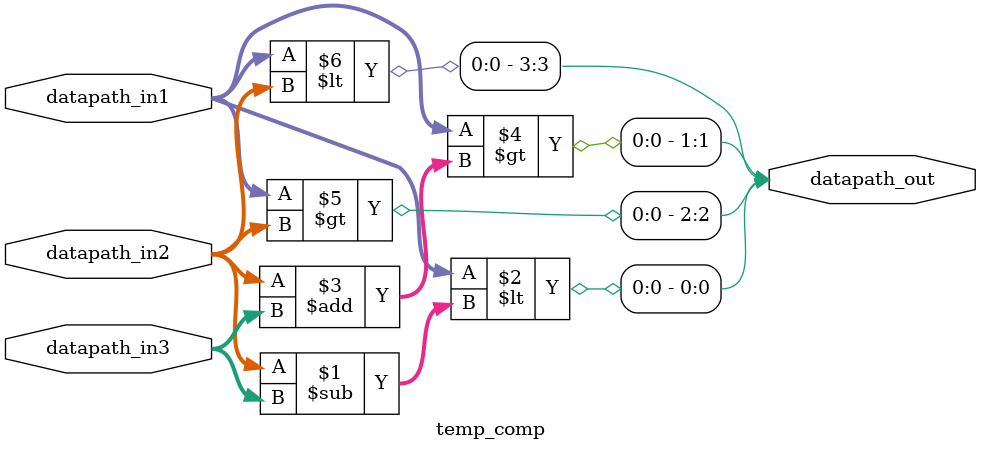
<source format=v>
module temp_comp(
    input wire [6:0] datapath_in1, datapath_in2, datapath_in3,
    output wire [3:0] datapath_out
);

assign datapath_out[0] = datapath_in1 < datapath_in2 - datapath_in3;
assign datapath_out[1] = datapath_in1 > datapath_in2 + datapath_in3;
assign datapath_out[2] = datapath_in1 > datapath_in2;
assign datapath_out[3] = datapath_in1 < datapath_in2;

endmodule

</source>
